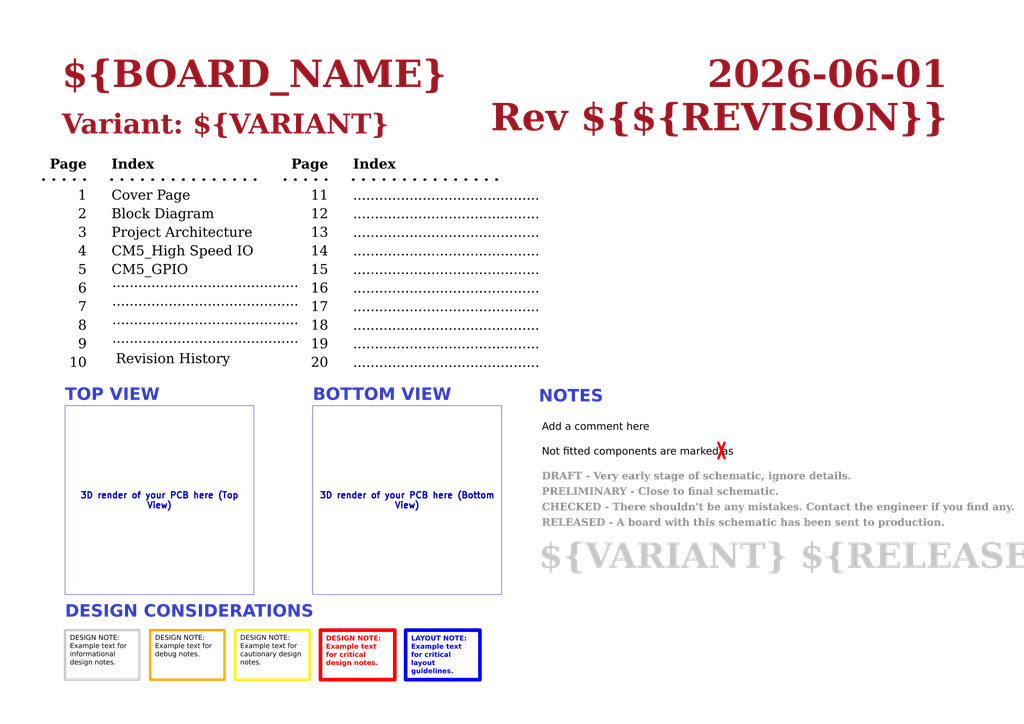
<source format=kicad_sch>
(kicad_sch
	(version 20250114)
	(generator "eeschema")
	(generator_version "9.0")
	(uuid "0650c7a8-acba-429c-9f8e-eec0baf0bc1c")
	(paper "A3")
	(title_block
		(title "Cover Page")
		(date "Last Modified Date")
		(rev "${REVISION}")
		(company "${COMPANY}")
	)
	(lib_symbols)
	(text "9"
		(exclude_from_sim no)
		(at 35.56 144.78 0)
		(effects
			(font
				(face "Times New Roman")
				(size 4 4)
				(color 0 0 0 1)
			)
			(justify right bottom)
			(href "#9")
		)
		(uuid "0171ecc8-df6f-418e-95ea-db73cf975716")
	)
	(text "BOTTOM VIEW"
		(exclude_from_sim no)
		(at 128.27 166.37 0)
		(effects
			(font
				(face "Arial")
				(size 5 5)
				(bold yes)
				(color 53 60 207 1)
			)
			(justify left bottom)
		)
		(uuid "041ff709-0f5e-466e-adab-d03afffd90b7")
	)
	(text "13"
		(exclude_from_sim no)
		(at 134.62 99.06 0)
		(effects
			(font
				(face "Times New Roman")
				(size 4 4)
				(color 0 0 0 1)
			)
			(justify right bottom)
			(href "#13")
		)
		(uuid "09a9f005-609a-4854-9ba5-f5a5e7b8d7c7")
	)
	(text "RELEASED - A board with this schematic has been sent to production."
		(exclude_from_sim no)
		(at 222.25 217.17 0)
		(effects
			(font
				(face "Times New Roman")
				(size 3 3)
				(thickness 0.6)
				(bold yes)
				(color 140 140 140 1)
			)
			(justify left bottom)
		)
		(uuid "10cbc67f-d688-44d7-9e2b-bee41b99ad5c")
	)
	(text "TOP VIEW"
		(exclude_from_sim no)
		(at 26.67 166.37 0)
		(effects
			(font
				(face "Arial")
				(size 5 5)
				(bold yes)
				(color 53 60 207 1)
			)
			(justify left bottom)
		)
		(uuid "1c033b5c-f50d-4e0f-94c4-59e72fb244de")
	)
	(text "3"
		(exclude_from_sim no)
		(at 35.56 99.06 0)
		(effects
			(font
				(face "Times New Roman")
				(size 4 4)
				(color 0 0 0 1)
			)
			(justify right bottom)
			(href "#3")
		)
		(uuid "1dd16a1b-b3b8-42a1-b678-3a7b261e7284")
	)
	(text "..........................................."
		(exclude_from_sim no)
		(at 144.78 121.92 0)
		(effects
			(font
				(face "Times New Roman")
				(size 4 4)
				(color 0 0 0 1)
			)
			(justify left bottom)
			(href "#16")
		)
		(uuid "34c28277-d6a5-4104-8740-b78485a8ff4c")
	)
	(text "1"
		(exclude_from_sim no)
		(at 35.56 83.82 0)
		(effects
			(font
				(face "Times New Roman")
				(size 4 4)
				(color 0 0 0 1)
			)
			(justify right bottom)
			(href "#1")
		)
		(uuid "3691ab49-6c05-4886-869a-12221f52fdee")
	)
	(text "Not fitted components are marked as"
		(exclude_from_sim no)
		(at 222.25 187.96 0)
		(effects
			(font
				(face "Arial")
				(size 3 3)
				(color 0 0 0 1)
			)
			(justify left bottom)
		)
		(uuid "3e121d9b-11e9-4895-9779-ade93d5b2a88")
	)
	(text "..........................................."
		(exclude_from_sim no)
		(at 45.974 142.494 0)
		(effects
			(font
				(face "Times New Roman")
				(size 4 4)
				(color 0 0 0 1)
			)
			(justify left bottom)
			(href "#30")
		)
		(uuid "41bb0f90-1135-4d50-9d44-9fb04444ecf6")
	)
	(text "Index"
		(exclude_from_sim no)
		(at 45.72 71.12 0)
		(effects
			(font
				(face "Times New Roman")
				(size 4 4)
				(bold yes)
				(color 0 0 0 1)
			)
			(justify left bottom)
		)
		(uuid "44841f0e-187c-41b9-a570-9f74973319c9")
	)
	(text "..........................................."
		(exclude_from_sim no)
		(at 144.78 99.06 0)
		(effects
			(font
				(face "Times New Roman")
				(size 4 4)
				(color 0 0 0 1)
			)
			(justify left bottom)
			(href "#13")
		)
		(uuid "461ef4aa-5f24-4935-a427-92bbc78a05f3")
	)
	(text "Index"
		(exclude_from_sim no)
		(at 144.78 71.12 0)
		(effects
			(font
				(face "Times New Roman")
				(size 4 4)
				(bold yes)
				(color 0 0 0 1)
			)
			(justify left bottom)
		)
		(uuid "4773b195-e777-483d-bd5a-5b18be14b485")
	)
	(text "15"
		(exclude_from_sim no)
		(at 134.62 114.3 0)
		(effects
			(font
				(face "Times New Roman")
				(size 4 4)
				(color 0 0 0 1)
			)
			(justify right bottom)
			(href "#15")
		)
		(uuid "48cae9b2-9935-4ee2-a962-685c04325434")
	)
	(text "6"
		(exclude_from_sim no)
		(at 35.56 121.92 0)
		(effects
			(font
				(face "Times New Roman")
				(size 4 4)
				(color 0 0 0 1)
			)
			(justify right bottom)
			(href "#6")
		)
		(uuid "4aa9b67c-c657-48d1-abb0-497faf20008a")
	)
	(text "PRELIMINARY - Close to final schematic."
		(exclude_from_sim no)
		(at 222.25 204.47 0)
		(effects
			(font
				(face "Times New Roman")
				(size 3 3)
				(thickness 0.6)
				(bold yes)
				(color 140 140 140 1)
			)
			(justify left bottom)
		)
		(uuid "4b75d6be-e2b4-4862-a5fd-f3239bff6734")
	)
	(text "${VARIANT} ${RELEASE_DATE}"
		(exclude_from_sim no)
		(at 220.98 237.49 0)
		(effects
			(font
				(face "Times New Roman")
				(size 10.16 10.16)
				(thickness 0.6)
				(bold yes)
				(color 200 200 200 1)
			)
			(justify left bottom)
		)
		(uuid "4f144e11-d681-45f3-b92d-dea6c28023e4")
	)
	(text "Page"
		(exclude_from_sim no)
		(at 35.56 71.12 0)
		(effects
			(font
				(face "Times New Roman")
				(size 4 4)
				(bold yes)
				(color 0 0 0 1)
			)
			(justify right bottom)
		)
		(uuid "5216de6a-28ab-4e49-a422-9fd32d8fed67")
	)
	(text "CM5_High Speed IO"
		(exclude_from_sim no)
		(at 45.72 106.68 0)
		(effects
			(font
				(face "Times New Roman")
				(size 4 4)
				(color 0 0 0 1)
			)
			(justify left bottom)
			(href "#4")
		)
		(uuid "547bb3ec-bec4-4b68-a38e-2ac56be29bd3")
	)
	(text "..........................................."
		(exclude_from_sim no)
		(at 45.974 119.634 0)
		(effects
			(font
				(face "Times New Roman")
				(size 4 4)
				(color 0 0 0 1)
			)
			(justify left bottom)
			(href "#27")
		)
		(uuid "598c6218-39d7-40a8-878a-842531c6a754")
	)
	(text "8"
		(exclude_from_sim no)
		(at 35.56 137.16 0)
		(effects
			(font
				(face "Times New Roman")
				(size 4 4)
				(color 0 0 0 1)
			)
			(justify right bottom)
			(href "#8")
		)
		(uuid "5dd35c87-2aeb-4c16-ab79-fbda71c4347a")
	)
	(text "14"
		(exclude_from_sim no)
		(at 134.62 106.68 0)
		(effects
			(font
				(face "Times New Roman")
				(size 4 4)
				(color 0 0 0 1)
			)
			(justify right bottom)
			(href "#14")
		)
		(uuid "5e529423-56be-4ad0-9794-38b960fa0634")
	)
	(text "5"
		(exclude_from_sim no)
		(at 35.56 114.3 0)
		(effects
			(font
				(face "Times New Roman")
				(size 4 4)
				(color 0 0 0 1)
			)
			(justify right bottom)
			(href "#5")
		)
		(uuid "718e4830-a352-43f0-b9c5-1495032b5970")
	)
	(text "${CURRENT_DATE}"
		(exclude_from_sim no)
		(at 388.62 40.64 0)
		(effects
			(font
				(face "Times New Roman")
				(size 11 11)
				(thickness 1)
				(bold yes)
				(color 162 22 34 1)
			)
			(justify right bottom)
		)
		(uuid "752b8016-2b6c-433a-9e5a-755eac1f800d")
	)
	(text "16"
		(exclude_from_sim no)
		(at 134.62 121.92 0)
		(effects
			(font
				(face "Times New Roman")
				(size 4 4)
				(color 0 0 0 1)
			)
			(justify right bottom)
			(href "#16")
		)
		(uuid "7a577aea-9c53-4431-8f38-6cd521e907d0")
	)
	(text "10"
		(exclude_from_sim no)
		(at 35.56 152.4 0)
		(effects
			(font
				(face "Times New Roman")
				(size 4 4)
				(color 0 0 0 1)
			)
			(justify right bottom)
			(href "#10")
		)
		(uuid "7caa34f0-df91-4ed4-bb8e-ff81315f8c93")
	)
	(text "18"
		(exclude_from_sim no)
		(at 134.62 137.16 0)
		(effects
			(font
				(face "Times New Roman")
				(size 4 4)
				(color 0 0 0 1)
			)
			(justify right bottom)
			(href "#18")
		)
		(uuid "7d4de17d-b484-45d2-95af-1050fc297950")
	)
	(text "Variant: ${VARIANT}"
		(exclude_from_sim no)
		(at 25.4 58.42 0)
		(effects
			(font
				(face "Times New Roman")
				(size 8 8)
				(thickness 1)
				(bold yes)
				(color 162 22 34 1)
			)
			(justify left bottom)
		)
		(uuid "832c6231-94ea-4718-8f70-96006b71efdf")
	)
	(text "4"
		(exclude_from_sim no)
		(at 35.56 106.68 0)
		(effects
			(font
				(face "Times New Roman")
				(size 4 4)
				(color 0 0 0 1)
			)
			(justify right bottom)
			(href "#4")
		)
		(uuid "8d802a1e-8c90-4592-9cec-00ce1173b8bd")
	)
	(text "11"
		(exclude_from_sim no)
		(at 134.62 83.82 0)
		(effects
			(font
				(face "Times New Roman")
				(size 4 4)
				(color 0 0 0 1)
			)
			(justify right bottom)
			(href "#11")
		)
		(uuid "8d827c06-285c-46bc-8024-d46f4098d9e5")
	)
	(text "Rev ${REVISION}"
		(exclude_from_sim no)
		(at 388.62 58.42 0)
		(effects
			(font
				(face "Times New Roman")
				(size 11 11)
				(thickness 1)
				(bold yes)
				(color 162 22 34 1)
			)
			(justify right bottom)
		)
		(uuid "9008c96f-82fa-4b3f-88a3-9ae35f59090b")
	)
	(text "..........................................."
		(exclude_from_sim no)
		(at 45.974 134.874 0)
		(effects
			(font
				(face "Times New Roman")
				(size 4 4)
				(color 0 0 0 1)
			)
			(justify left bottom)
			(href "#29")
		)
		(uuid "93713c73-3aba-4b0b-9f3c-b37ab3721f94")
	)
	(text "CM5_GPIO"
		(exclude_from_sim no)
		(at 45.72 114.3 0)
		(effects
			(font
				(face "Times New Roman")
				(size 4 4)
				(color 0 0 0 1)
			)
			(justify left bottom)
			(href "#5")
		)
		(uuid "9413d28a-c2b4-4d73-ae2d-68b4717d1b67")
	)
	(text "..........................................."
		(exclude_from_sim no)
		(at 144.78 144.78 0)
		(effects
			(font
				(face "Times New Roman")
				(size 4 4)
				(color 0 0 0 1)
			)
			(justify left bottom)
			(href "#19")
		)
		(uuid "9d747571-2a3a-41dd-b7ab-0c07afaa5df1")
	)
	(text "..........................................."
		(exclude_from_sim no)
		(at 144.78 83.82 0)
		(effects
			(font
				(face "Times New Roman")
				(size 4 4)
				(color 0 0 0 1)
			)
			(justify left bottom)
			(href "#11")
		)
		(uuid "9e3e9ac8-468f-4f09-9650-682992859fd0")
	)
	(text "..........................................."
		(exclude_from_sim no)
		(at 144.78 129.54 0)
		(effects
			(font
				(face "Times New Roman")
				(size 4 4)
				(color 0 0 0 1)
			)
			(justify left bottom)
			(href "#17")
		)
		(uuid "a2bb1bed-8e4e-4038-8b4e-99f9457f4c30")
	)
	(text "..........................................."
		(exclude_from_sim no)
		(at 45.974 127.254 0)
		(effects
			(font
				(face "Times New Roman")
				(size 4 4)
				(color 0 0 0 1)
			)
			(justify left bottom)
			(href "#28")
		)
		(uuid "ad40278e-f3e6-4c25-8fa4-1f4e3918f822")
	)
	(text "..........................................."
		(exclude_from_sim no)
		(at 144.78 114.3 0)
		(effects
			(font
				(face "Times New Roman")
				(size 4 4)
				(color 0 0 0 1)
			)
			(justify left bottom)
			(href "#15")
		)
		(uuid "ae6c0242-f9a8-4717-86dd-2d27e5dc9018")
	)
	(text "${BOARD_NAME}"
		(exclude_from_sim no)
		(at 25.4 40.64 0)
		(effects
			(font
				(face "Times New Roman")
				(size 11 11)
				(thickness 1)
				(bold yes)
				(color 162 22 34 1)
			)
			(justify left bottom)
		)
		(uuid "b5491481-138f-4748-8f60-dc51e3284b98")
	)
	(text "Page"
		(exclude_from_sim no)
		(at 134.62 71.12 0)
		(effects
			(font
				(face "Times New Roman")
				(size 4 4)
				(bold yes)
				(color 0 0 0 1)
			)
			(justify right bottom)
		)
		(uuid "beb5ee3d-ad62-4c0c-ab18-390f8e3c78c4")
	)
	(text "DRAFT - Very early stage of schematic, ignore details."
		(exclude_from_sim no)
		(at 222.25 198.12 0)
		(effects
			(font
				(face "Times New Roman")
				(size 3 3)
				(thickness 0.6)
				(bold yes)
				(color 140 140 140 1)
			)
			(justify left bottom)
		)
		(uuid "c1828499-d221-4dc2-9c7b-c9d850654d5e")
	)
	(text "..........................................."
		(exclude_from_sim no)
		(at 144.78 106.68 0)
		(effects
			(font
				(face "Times New Roman")
				(size 4 4)
				(color 0 0 0 1)
			)
			(justify left bottom)
			(href "#14")
		)
		(uuid "c492727f-a5a2-4efb-9f13-b55fb4c5125a")
	)
	(text "Block Diagram"
		(exclude_from_sim no)
		(at 45.72 91.44 0)
		(effects
			(font
				(face "Times New Roman")
				(size 4 4)
				(color 0 0 0 1)
			)
			(justify left bottom)
			(href "#2")
		)
		(uuid "caeb7f52-f34e-4432-b129-9207069a1ad5")
	)
	(text "19"
		(exclude_from_sim no)
		(at 134.62 144.78 0)
		(effects
			(font
				(face "Times New Roman")
				(size 4 4)
				(color 0 0 0 1)
			)
			(justify right bottom)
			(href "#19")
		)
		(uuid "cbf7eaea-8009-4ccd-9079-9d687b9a3603")
	)
	(text "7"
		(exclude_from_sim no)
		(at 35.56 129.54 0)
		(effects
			(font
				(face "Times New Roman")
				(size 4 4)
				(color 0 0 0 1)
			)
			(justify right bottom)
			(href "#7")
		)
		(uuid "cf9779c0-4a62-4a6f-9127-07f6919e9e8d")
	)
	(text "12"
		(exclude_from_sim no)
		(at 134.62 91.44 0)
		(effects
			(font
				(face "Times New Roman")
				(size 4 4)
				(color 0 0 0 1)
			)
			(justify right bottom)
			(href "#12")
		)
		(uuid "d450aa41-7115-44ab-9cc7-2fa118545b00")
	)
	(text "Add a comment here"
		(exclude_from_sim no)
		(at 222.25 177.8 0)
		(effects
			(font
				(face "Arial")
				(size 3 3)
				(color 0 0 0 1)
			)
			(justify left bottom)
		)
		(uuid "d8d8425a-4141-4ddb-8e75-262db2d23ce8")
	)
	(text "2"
		(exclude_from_sim no)
		(at 35.56 91.44 0)
		(effects
			(font
				(face "Times New Roman")
				(size 4 4)
				(color 0 0 0 1)
			)
			(justify right bottom)
			(href "#2")
		)
		(uuid "dca5e168-6a76-4eb2-b335-e6c030ded824")
	)
	(text "..........................................."
		(exclude_from_sim no)
		(at 144.78 137.16 0)
		(effects
			(font
				(face "Times New Roman")
				(size 4 4)
				(color 0 0 0 1)
			)
			(justify left bottom)
			(href "#18")
		)
		(uuid "e518f3ad-92c7-4755-8883-22916bfc7d1f")
	)
	(text "..........................................."
		(exclude_from_sim no)
		(at 144.78 152.4 0)
		(effects
			(font
				(face "Times New Roman")
				(size 4 4)
				(color 0 0 0 1)
			)
			(justify left bottom)
			(href "#20")
		)
		(uuid "e58de9a8-7551-4002-91cc-eb758bb6876c")
	)
	(text "Cover Page"
		(exclude_from_sim no)
		(at 45.72 83.82 0)
		(effects
			(font
				(face "Times New Roman")
				(size 4 4)
				(color 0 0 0 1)
			)
			(justify left bottom)
			(href "#1")
		)
		(uuid "e9964413-67ff-4f53-b58c-608277db6779")
	)
	(text "NOTES"
		(exclude_from_sim no)
		(at 220.98 167.005 0)
		(effects
			(font
				(face "Arial")
				(size 5 5)
				(bold yes)
				(color 53 60 207 1)
			)
			(justify left bottom)
		)
		(uuid "ecd14d51-7267-460d-9460-6bae137b0c37")
	)
	(text "..........................................."
		(exclude_from_sim no)
		(at 144.78 91.44 0)
		(effects
			(font
				(face "Times New Roman")
				(size 4 4)
				(color 0 0 0 1)
			)
			(justify left bottom)
			(href "#12")
		)
		(uuid "ecd5e3bc-c1c8-4595-a242-64b07df33fd4")
	)
	(text "Project Architecture"
		(exclude_from_sim no)
		(at 45.72 99.06 0)
		(effects
			(font
				(face "Times New Roman")
				(size 4 4)
				(color 0 0 0 1)
			)
			(justify left bottom)
			(href "#3")
		)
		(uuid "ed9f4e44-7881-47b3-83af-17eb3de0e161")
	)
	(text "CHECKED - There shouldn't be any mistakes. Contact the engineer if you find any."
		(exclude_from_sim no)
		(at 222.25 210.82 0)
		(effects
			(font
				(face "Times New Roman")
				(size 3 3)
				(thickness 0.6)
				(bold yes)
				(color 140 140 140 1)
			)
			(justify left bottom)
		)
		(uuid "ee4bfbd2-ceac-40c9-847b-b15b18b07c08")
	)
	(text "20"
		(exclude_from_sim no)
		(at 134.62 152.4 0)
		(effects
			(font
				(face "Times New Roman")
				(size 4 4)
				(color 0 0 0 1)
			)
			(justify right bottom)
			(href "#20")
		)
		(uuid "f17fa600-4ea0-4482-a965-d781b27fd052")
	)
	(text "DESIGN CONSIDERATIONS"
		(exclude_from_sim no)
		(at 26.67 255.27 0)
		(effects
			(font
				(face "Arial")
				(size 5 5)
				(bold yes)
				(color 53 60 207 1)
			)
			(justify left bottom)
		)
		(uuid "fb09f930-25b6-4039-89ae-42d9d443b49d")
	)
	(text "Revision History"
		(exclude_from_sim no)
		(at 47.498 150.876 0)
		(effects
			(font
				(face "Times New Roman")
				(size 4 4)
				(color 0 0 0 1)
			)
			(justify left bottom)
			(href "#10")
		)
		(uuid "ff95cd70-408a-4656-b808-dabd546affbd")
	)
	(text "17"
		(exclude_from_sim no)
		(at 134.62 129.54 0)
		(effects
			(font
				(face "Times New Roman")
				(size 4 4)
				(color 0 0 0 1)
			)
			(justify right bottom)
			(href "#17")
		)
		(uuid "ffcd9e5c-5c93-423a-9ccc-e0af67821852")
	)
	(text_box "3D render of your PCB here (Bottom View)"
		(exclude_from_sim no)
		(at 128.27 166.37 0)
		(size 77.47 77.47)
		(margins 1.905 1.905 1.905 1.905)
		(stroke
			(width 0)
			(type default)
		)
		(fill
			(type none)
		)
		(effects
			(font
				(size 2.54 2.54)
				(thickness 0.508)
				(bold yes)
			)
		)
		(uuid "0c38d11f-bb11-46db-a91c-ebc0b30e95f5")
	)
	(text_box "3D render of your PCB here (Top View)"
		(exclude_from_sim no)
		(at 26.67 166.37 0)
		(size 77.47 77.47)
		(margins 1.905 1.905 1.905 1.905)
		(stroke
			(width 0)
			(type default)
		)
		(fill
			(type none)
		)
		(effects
			(font
				(size 2.54 2.54)
				(thickness 0.508)
				(bold yes)
			)
		)
		(uuid "2d015f2a-bc39-4866-bbd9-40b03d497a26")
	)
	(text_box "Metadata can be set in File → Schematic Setup → Project → Text Variables"
		(exclude_from_sim no)
		(at 8.89 300.99 0)
		(size 119.38 6.35)
		(margins 1.9049 1.9049 1.9049 1.9049)
		(stroke
			(width -0.0001)
			(type default)
		)
		(fill
			(type none)
		)
		(effects
			(font
				(size 2.54 2.54)
				(thickness 0.381)
				(bold yes)
				(color 0 0 0 1)
			)
			(justify right top)
		)
		(uuid "4d4fc8f9-28d9-4b33-b78d-b00f0a2b33ca")
	)
	(text_box "DESIGN NOTE:\nExample text for informational design notes."
		(exclude_from_sim no)
		(at 26.67 258.445 0)
		(size 30.48 20.32)
		(margins 2 2 2 2)
		(stroke
			(width 1)
			(type solid)
			(color 200 200 200 1)
		)
		(fill
			(type none)
		)
		(effects
			(font
				(face "Arial")
				(size 2 2)
				(color 0 0 0 1)
			)
			(justify left top)
		)
		(uuid "60b6a08c-a542-468e-b79f-aa4a2aa0e9e7")
	)
	(text_box "LAYOUT NOTE:\nExample text for critical layout guidelines."
		(exclude_from_sim no)
		(at 166.37 258.445 0)
		(size 30.48 20.32)
		(margins 2.25 2.25 2.25 2.25)
		(stroke
			(width 1.5)
			(type solid)
			(color 0 0 255 1)
		)
		(fill
			(type none)
		)
		(effects
			(font
				(face "Arial")
				(size 2 2)
				(thickness 0.4)
				(bold yes)
				(color 0 0 255 1)
			)
			(justify left top)
		)
		(uuid "b2648603-9b19-4c01-9621-49d92c5b8a6e")
	)
	(text_box "DESIGN NOTE:\nExample text for cautionary design notes."
		(exclude_from_sim no)
		(at 96.52 258.445 0)
		(size 30.48 20.32)
		(margins 2 2 2 2)
		(stroke
			(width 1)
			(type solid)
			(color 250 236 0 1)
		)
		(fill
			(type none)
		)
		(effects
			(font
				(face "Arial")
				(size 2 2)
				(color 0 0 0 1)
			)
			(justify left top)
		)
		(uuid "c7ec7f64-f5b0-4d3e-9743-7d40c3e23ecf")
	)
	(text_box "DESIGN NOTE:\nExample text for debug notes."
		(exclude_from_sim no)
		(at 61.595 258.445 0)
		(size 30.48 20.32)
		(margins 2 2 2 2)
		(stroke
			(width 1)
			(type solid)
			(color 255 165 0 1)
		)
		(fill
			(type none)
		)
		(effects
			(font
				(face "Arial")
				(size 2 2)
				(color 0 0 0 1)
			)
			(justify left top)
		)
		(uuid "c8bf2561-6ede-45f0-9b2e-12af2dfee13b")
	)
	(text_box "DESIGN NOTE:\nExample text for critical design notes."
		(exclude_from_sim no)
		(at 131.445 258.445 0)
		(size 30.48 20.32)
		(margins 2.25 2.25 2.25 2.25)
		(stroke
			(width 1.5)
			(type solid)
			(color 255 0 0 1)
		)
		(fill
			(type none)
		)
		(effects
			(font
				(face "Arial")
				(size 2 2)
				(thickness 0.4)
				(bold yes)
				(color 255 0 0 1)
			)
			(justify left top)
		)
		(uuid "d03e1008-e371-461f-a9f2-320d8a2b7341")
	)
	(polyline
		(pts
			(xy 297.18 181.61) (xy 294.64 187.96)
		)
		(stroke
			(width 1)
			(type default)
			(color 255 0 0 1)
		)
		(uuid "4ae2cac4-7676-4a8d-91c4-c6c6f4585019")
	)
	(polyline
		(pts
			(xy 45.72 73.66) (xy 106.68 73.66)
		)
		(stroke
			(width 1)
			(type dot)
			(color 0 0 0 1)
		)
		(uuid "594379bc-c052-4d2e-996b-8b5c1a0857fd")
	)
	(polyline
		(pts
			(xy 116.84 73.66) (xy 134.62 73.66)
		)
		(stroke
			(width 1)
			(type dot)
			(color 0 0 0 1)
		)
		(uuid "aa27a991-1dd0-4ddb-a292-69ddc074d2fe")
	)
	(polyline
		(pts
			(xy 17.78 73.66) (xy 35.56 73.66)
		)
		(stroke
			(width 1)
			(type dot)
			(color 0 0 0 1)
		)
		(uuid "aefa0f5d-e237-48a6-8d0d-7925958d23a4")
	)
	(polyline
		(pts
			(xy 294.64 181.61) (xy 297.18 187.96)
		)
		(stroke
			(width 1)
			(type default)
			(color 255 0 0 1)
		)
		(uuid "b16ef1e7-4b58-4125-810d-81e7071984f8")
	)
	(polyline
		(pts
			(xy 144.78 73.66) (xy 205.74 73.66)
		)
		(stroke
			(width 1)
			(type dot)
			(color 0 0 0 1)
		)
		(uuid "d03f8f3f-5543-483d-a054-040e77e06c0e")
	)
	(sheet
		(at 299.72 302.26)
		(size 35.56 5.08)
		(exclude_from_sim no)
		(in_bom yes)
		(on_board yes)
		(dnp no)
		(stroke
			(width 0.1524)
			(type solid)
		)
		(fill
			(color 0 0 0 0.0000)
		)
		(uuid "de68a101-7eef-4ba8-abb4-14d03adb087f")
		(property "Sheetname" "Block Diagram"
			(at 299.72 301.2309 0)
			(effects
				(font
					(face "Times New Roman")
					(size 1.905 1.905)
					(bold yes)
					(color 0 0 0 1)
				)
				(justify left bottom)
			)
		)
		(property "Sheetfile" "Block Diagram.kicad_sch"
			(at 300.99 303.53 0)
			(effects
				(font
					(face "Arial")
					(size 1.27 1.27)
				)
				(justify left top)
			)
		)
		(instances
			(project "CM5 Nas"
				(path "/0650c7a8-acba-429c-9f8e-eec0baf0bc1c"
					(page "2")
				)
			)
		)
	)
	(sheet
		(at 340.36 302.26)
		(size 35.56 5.08)
		(exclude_from_sim no)
		(in_bom yes)
		(on_board yes)
		(dnp no)
		(stroke
			(width 0)
			(type solid)
		)
		(fill
			(color 0 0 0 0.0000)
		)
		(uuid "e7c91631-be85-488a-af7a-f2a810f3fbfe")
		(property "Sheetname" "Revision History"
			(at 340.36 300.99 0)
			(effects
				(font
					(face "Times New Roman")
					(size 1.905 1.905)
					(bold yes)
					(color 0 0 0 1)
				)
				(justify left bottom)
			)
		)
		(property "Sheetfile" "Revision History.kicad_sch"
			(at 340.995 303.53 0)
			(effects
				(font
					(face "Arial")
					(size 1.27 1.27)
				)
				(justify left top)
			)
		)
		(instances
			(project "CM5 Nas"
				(path "/0650c7a8-acba-429c-9f8e-eec0baf0bc1c"
					(page "10")
				)
			)
		)
	)
	(sheet
		(at 299.72 313.69)
		(size 35.56 5.08)
		(exclude_from_sim no)
		(in_bom yes)
		(on_board yes)
		(dnp no)
		(stroke
			(width 0.1524)
			(type solid)
		)
		(fill
			(color 0 0 0 0.0000)
		)
		(uuid "fede4c36-00cc-4d3d-b71c-5243ba232202")
		(property "Sheetname" "Project Architecture"
			(at 299.72 312.6609 0)
			(effects
				(font
					(face "Times New Roman")
					(size 1.905 1.905)
					(bold yes)
					(color 0 0 0 1)
				)
				(justify left bottom)
			)
		)
		(property "Sheetfile" "Project Architecture.kicad_sch"
			(at 300.99 314.96 0)
			(effects
				(font
					(face "Arial")
					(size 1.27 1.27)
				)
				(justify left top)
			)
		)
		(instances
			(project "CM5 Nas"
				(path "/0650c7a8-acba-429c-9f8e-eec0baf0bc1c"
					(page "3")
				)
			)
		)
	)
	(sheet_instances
		(path "/"
			(page "1")
		)
	)
	(embedded_fonts no)
)

</source>
